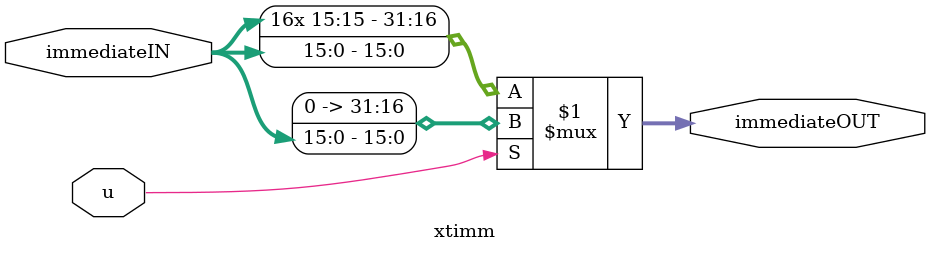
<source format=v>
module xtimm
#(
parameter N = 16,
parameter M = 32
)
(
input [N-1:0] immediateIN,
input u,
output [M-1:0] immediateOUT
);

assign immediateOUT = u ? {{M-N{1'b0}}, immediateIN} : {{M-N{immediateIN[N-1]}}, immediateIN};

endmodule 
</source>
